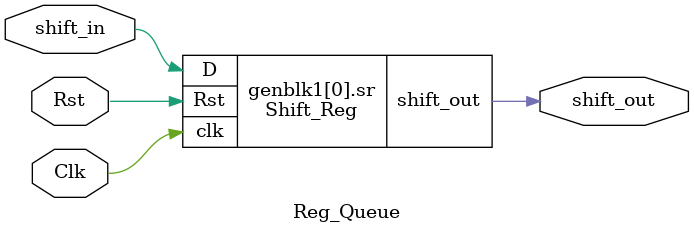
<source format=v>
`timescale 1ns / 1ps

module Shift_Reg #(parameter shift_width=8)(
    input D,
    input Rst,
    input clk,
    output shift_out
    );
    if(shift_width>0) begin
        reg[shift_width-1:0] shift_buf;
        always @(posedge clk or negedge Rst) begin
            if(Rst==1'b0)
                shift_buf<={shift_width{1'b0}};
            else
                shift_buf<={shift_buf,D};
        end
        assign shift_out=shift_buf[shift_width-1];       
    end
    else
        assign shift_out=D;
endmodule

module Pipeline_ShiftReg #(parameter WIDTH=8)(
    input[WIDTH-1:0] D,
    input clk,rst,
    output[WIDTH-1:0] sr_out
    );
    generate
    genvar i;
    for(i=0;i<WIDTH;i=i+1) begin
        Shift_Reg#(i) sr(.D(D[i]),
                         .clk(clk),
                         .Rst(rst),
                         .shift_out(sr_out[i]));
    end
    endgenerate
endmodule

module Reg_Queue#(parameter shift_width=8,parameter size=1)(
    input [size-1:0] shift_in,
    input Rst,Clk,
    output [size-1:0] shift_out
);
    generate
    genvar i;
        for(i=0;i<size;i=i+1) begin
            Shift_Reg sr(
                .D(shift_in[i]),
                .Rst(Rst),
                .clk(Clk),
                .shift_out(shift_out[i])
            );
        end
    endgenerate
endmodule

</source>
